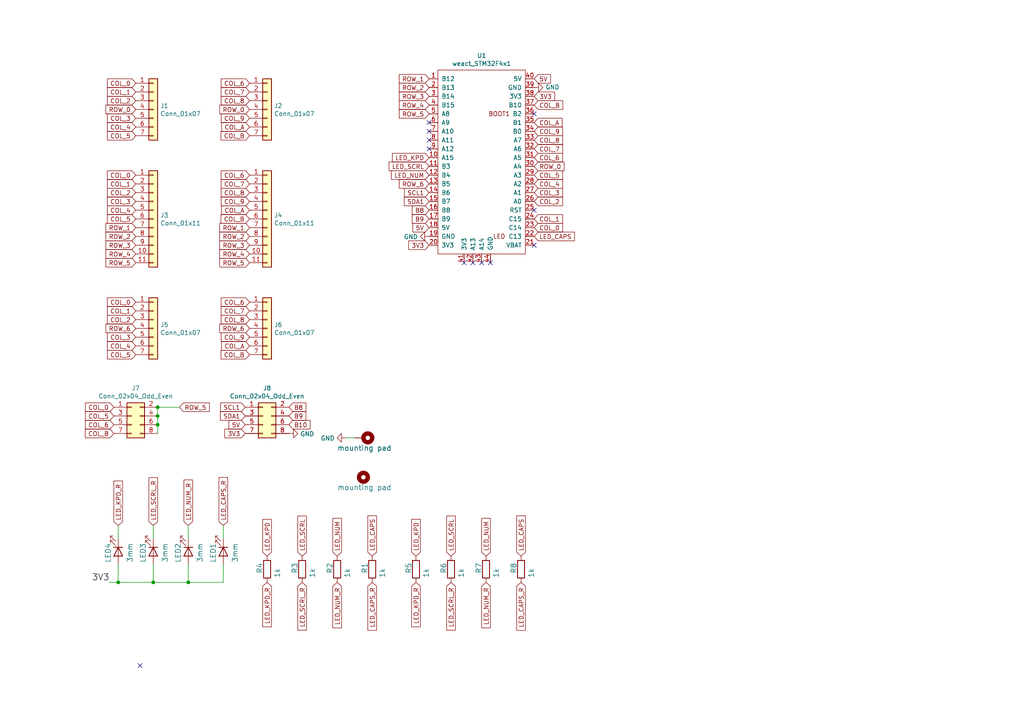
<source format=kicad_sch>
(kicad_sch (version 20211123) (generator eeschema)
  (paper "A4")
  (title_block (title "Kinesis80 keyboard controller") (date "2022-03-15") (rev "1.31") (company "Dmitriy Nosachev") (comment 1 "https://github.com/DmNosachev/kinesis80"))
  (lib_symbols
    (symbol "Connector_Generic:Conn_01x07" (pin_names (offset 1.016) hide)
      (property "Reference" "J" (at 0 10.16 0))
      (property "Value" "Conn_01x07" (at 0 -10.16 0))
      (symbol "Conn_01x07_1_1"
        (rectangle (start -1.27 -7.493) (end 0 -7.747) (stroke (width 0.1524)))
        (rectangle (start -1.27 -4.953) (end 0 -5.207) (stroke (width 0.1524)))
        (rectangle (start -1.27 -2.413) (end 0 -2.667) (stroke (width 0.1524)))
        (rectangle (start -1.27 0.127) (end 0 -0.127) (stroke (width 0.1524)))
        (rectangle (start -1.27 2.667) (end 0 2.413) (stroke (width 0.1524)))
        (rectangle (start -1.27 5.207) (end 0 4.953) (stroke (width 0.1524)))
        (rectangle (start -1.27 7.747) (end 0 7.493) (stroke (width 0.1524)))
        (rectangle (start -1.27 8.89) (end 1.27 -8.89) (stroke (width 0.254)) (fill (type background)))
        (pin passive line (at -5.08 7.62 0) (length 3.81) (name "Pin_1") (number "1"))
        (pin passive line (at -5.08 5.08 0) (length 3.81) (name "Pin_2") (number "2"))
        (pin passive line (at -5.08 2.54 0) (length 3.81) (name "Pin_3") (number "3"))
        (pin passive line (at -5.08 0 0) (length 3.81) (name "Pin_4") (number "4"))
        (pin passive line (at -5.08 -2.54 0) (length 3.81) (name "Pin_5") (number "5"))
        (pin passive line (at -5.08 -5.08 0) (length 3.81) (name "Pin_6") (number "6"))
        (pin passive line (at -5.08 -7.62 0) (length 3.81) (name "Pin_7") (number "7"))
      )
    )
    (symbol "Connector_Generic:Conn_01x11" (pin_names (offset 1.016) hide)
      (property "Reference" "J" (at 0 15.24 0))
      (property "Value" "Conn_01x11" (at 0 -15.24 0))
      (symbol "Conn_01x11_1_1"
        (rectangle (start -1.27 -12.573) (end 0 -12.827) (stroke (width 0.1524)))
        (rectangle (start -1.27 -10.033) (end 0 -10.287) (stroke (width 0.1524)))
        (rectangle (start -1.27 -7.493) (end 0 -7.747) (stroke (width 0.1524)))
        (rectangle (start -1.27 -4.953) (end 0 -5.207) (stroke (width 0.1524)))
        (rectangle (start -1.27 -2.413) (end 0 -2.667) (stroke (width 0.1524)))
        (rectangle (start -1.27 0.127) (end 0 -0.127) (stroke (width 0.1524)))
        (rectangle (start -1.27 2.667) (end 0 2.413) (stroke (width 0.1524)))
        (rectangle (start -1.27 5.207) (end 0 4.953) (stroke (width 0.1524)))
        (rectangle (start -1.27 7.747) (end 0 7.493) (stroke (width 0.1524)))
        (rectangle (start -1.27 10.287) (end 0 10.033) (stroke (width 0.1524)))
        (rectangle (start -1.27 12.827) (end 0 12.573) (stroke (width 0.1524)))
        (rectangle (start -1.27 13.97) (end 1.27 -13.97) (stroke (width 0.254)) (fill (type background)))
        (pin passive line (at -5.08 12.7 0) (length 3.81) (name "Pin_1") (number "1"))
        (pin passive line (at -5.08 -10.16 0) (length 3.81) (name "Pin_10") (number "10"))
        (pin passive line (at -5.08 -12.7 0) (length 3.81) (name "Pin_11") (number "11"))
        (pin passive line (at -5.08 10.16 0) (length 3.81) (name "Pin_2") (number "2"))
        (pin passive line (at -5.08 7.62 0) (length 3.81) (name "Pin_3") (number "3"))
        (pin passive line (at -5.08 5.08 0) (length 3.81) (name "Pin_4") (number "4"))
        (pin passive line (at -5.08 2.54 0) (length 3.81) (name "Pin_5") (number "5"))
        (pin passive line (at -5.08 0 0) (length 3.81) (name "Pin_6") (number "6"))
        (pin passive line (at -5.08 -2.54 0) (length 3.81) (name "Pin_7") (number "7"))
        (pin passive line (at -5.08 -5.08 0) (length 3.81) (name "Pin_8") (number "8"))
        (pin passive line (at -5.08 -7.62 0) (length 3.81) (name "Pin_9") (number "9"))
      )
    )
    (symbol "Connector_Generic:Conn_02x04_Odd_Even" (pin_names (offset 1.016) hide)
      (property "Reference" "J" (at 1.27 5.08 0))
      (property "Value" "Conn_02x04_Odd_Even" (at 1.27 -7.62 0))
      (symbol "Conn_02x04_Odd_Even_1_1"
        (rectangle (start -1.27 -4.953) (end 0 -5.207) (stroke (width 0.1524)))
        (rectangle (start -1.27 -2.413) (end 0 -2.667) (stroke (width 0.1524)))
        (rectangle (start -1.27 0.127) (end 0 -0.127) (stroke (width 0.1524)))
        (rectangle (start -1.27 2.667) (end 0 2.413) (stroke (width 0.1524)))
        (rectangle (start -1.27 3.81) (end 3.81 -6.35) (stroke (width 0.254)) (fill (type background)))
        (rectangle (start 3.81 -4.953) (end 2.54 -5.207) (stroke (width 0.1524)))
        (rectangle (start 3.81 -2.413) (end 2.54 -2.667) (stroke (width 0.1524)))
        (rectangle (start 3.81 0.127) (end 2.54 -0.127) (stroke (width 0.1524)))
        (rectangle (start 3.81 2.667) (end 2.54 2.413) (stroke (width 0.1524)))
        (pin passive line (at -5.08 2.54 0) (length 3.81) (name "Pin_1") (number "1"))
        (pin passive line (at 7.62 2.54 180) (length 3.81) (name "Pin_2") (number "2"))
        (pin passive line (at -5.08 0 0) (length 3.81) (name "Pin_3") (number "3"))
        (pin passive line (at 7.62 0 180) (length 3.81) (name "Pin_4") (number "4"))
        (pin passive line (at -5.08 -2.54 0) (length 3.81) (name "Pin_5") (number "5"))
        (pin passive line (at 7.62 -2.54 180) (length 3.81) (name "Pin_6") (number "6"))
        (pin passive line (at -5.08 -5.08 0) (length 3.81) (name "Pin_7") (number "7"))
        (pin passive line (at 7.62 -5.08 180) (length 3.81) (name "Pin_8") (number "8"))
      )
    )
    (symbol "Device:LED" (pin_numbers hide) (pin_names (offset 1.016) hide)
      (property "Reference" "D" (at 0 2.54 0))
      (property "Value" "LED" (at 0 -2.54 0))
      (symbol "LED_0_1"
        (polyline (pts (xy -1.27 -1.27) (xy -1.27 1.27)) (stroke (width 0.254)))
        (polyline (pts (xy -1.27 0) (xy 1.27 0)))
        (polyline (pts (xy 1.27 -1.27) (xy 1.27 1.27) (xy -1.27 0) (xy 1.27 -1.27)) (stroke (width 0.254)))
        (polyline (pts (xy -3.048 -0.762) (xy -4.572 -2.286) (xy -3.81 -2.286) (xy -4.572 -2.286) (xy -4.572 -1.524)))
        (polyline (pts (xy -1.778 -0.762) (xy -3.302 -2.286) (xy -2.54 -2.286) (xy -3.302 -2.286) (xy -3.302 -1.524)))
      )
      (symbol "LED_1_1"
        (pin passive line (at -3.81 0 0) (length 2.54) (name "K") (number "1"))
        (pin passive line (at 3.81 0 180) (length 2.54) (name "A") (number "2"))
      )
    )
    (symbol "Device:R" (pin_numbers hide) (pin_names (offset 0))
      (property "Reference" "R" (at 2.032 0 90))
      (property "Value" "R" (at 0 0 90))
      (symbol "R_0_1"
        (rectangle (start -1.016 -2.54) (end 1.016 2.54) (stroke (width 0.254)))
      )
      (symbol "R_1_1"
        (pin passive line (at 0 3.81 270) (length 1.27) (name "~") (number "1"))
        (pin passive line (at 0 -3.81 90) (length 1.27) (name "~") (number "2"))
      )
    )
    (symbol "Mechanical:MountingHole" (pin_names (offset 1.016))
      (property "Reference" "H" (at 0 5.08 0))
      (property "Value" "MountingHole" (at 0 3.175 0))
      (symbol "MountingHole_0_1"
        (circle (center 0 0) (radius 1.27) (stroke (width 1.27)))
      )
    )
    (symbol "Mechanical:MountingHole_Pad" (pin_numbers hide) (pin_names (offset 1.016) hide)
      (property "Reference" "H" (at 0 6.35 0))
      (property "Value" "MountingHole_Pad" (at 0 4.445 0))
      (symbol "MountingHole_Pad_0_1"
        (circle (center 0 1.27) (radius 1.27) (stroke (width 1.27)))
      )
      (symbol "MountingHole_Pad_1_1"
        (pin input line (at 0 -2.54 90) (length 2.54) (name "1") (number "1"))
      )
    )
    (symbol "power:GND" (power) (pin_names (offset 0))
      (property "Value" "GND" (at 0 -3.81 0))
      (symbol "GND_0_1"
        (polyline (pts (xy 0 0) (xy 0 -1.27) (xy 1.27 -1.27) (xy 0 -2.54) (xy -1.27 -1.27) (xy 0 -1.27)))
      )
      (symbol "GND_1_1"
        (pin power_in line (at 0 0 270) (length 0) hide (name "GND") (number "1"))
      )
    )
    (symbol "stm32_boards:weact_STM32F4x1" (pin_names (offset 1.016))
      (property "Reference" "U" (at 0 0 0))
      (property "Value" "weact_STM32F4x1" (at 0 0 0))
      (symbol "weact_STM32F4x1_0_0"
        (text "BOOT1" (at 5.08 -15.24 0) (effects (font (size 1.27 1.27))))
        (text "LED" (at 5.08 -50.8 0) (effects (font (size 1.27 1.27))))
      )
      (symbol "weact_STM32F4x1_0_1"
        (rectangle (start -12.7 -55.88) (end 12.7 -2.54))
      )
      (symbol "weact_STM32F4x1_1_1"
        (pin bidirectional line (at -15.24 -5.08 0) (length 2.54) (name "B12") (number "1"))
        (pin bidirectional line (at -15.24 -27.94 0) (length 2.54) (name "A15") (number "10"))
        (pin bidirectional line (at -15.24 -30.48 0) (length 2.54) (name "B3") (number "11"))
        (pin bidirectional line (at -15.24 -33.02 0) (length 2.54) (name "B4") (number "12"))
        (pin bidirectional line (at -15.24 -35.56 0) (length 2.54) (name "B5") (number "13"))
        (pin bidirectional line (at -15.24 -38.1 0) (length 2.54) (name "B6") (number "14"))
        (pin bidirectional line (at -15.24 -40.64 0) (length 2.54) (name "B7") (number "15"))
        (pin bidirectional line (at -15.24 -43.18 0) (length 2.54) (name "B8") (number "16"))
        (pin bidirectional line (at -15.24 -45.72 0) (length 2.54) (name "B9") (number "17"))
        (pin power_out line (at -15.24 -48.26 0) (length 2.54) (name "5V") (number "18"))
        (pin bidirectional line (at -15.24 -50.8 0) (length 2.54) (name "GND") (number "19"))
        (pin bidirectional line (at -15.24 -7.62 0) (length 2.54) (name "B13") (number "2"))
        (pin power_out line (at -15.24 -53.34 0) (length 2.54) (name "3V3") (number "20"))
        (pin power_in line (at 15.24 -53.34 180) (length 2.54) (name "VBAT") (number "21"))
        (pin bidirectional line (at 15.24 -50.8 180) (length 2.54) (name "C13") (number "22"))
        (pin bidirectional line (at 15.24 -48.26 180) (length 2.54) (name "C14") (number "23"))
        (pin bidirectional line (at 15.24 -45.72 180) (length 2.54) (name "C15") (number "24"))
        (pin bidirectional line (at 15.24 -43.18 180) (length 2.54) (name "RST") (number "25"))
        (pin bidirectional line (at 15.24 -40.64 180) (length 2.54) (name "A0") (number "26"))
        (pin bidirectional line (at 15.24 -38.1 180) (length 2.54) (name "A1") (number "27"))
        (pin bidirectional line (at 15.24 -35.56 180) (length 2.54) (name "A2") (number "28"))
        (pin bidirectional line (at 15.24 -33.02 180) (length 2.54) (name "A3") (number "29"))
        (pin bidirectional line (at -15.24 -10.16 0) (length 2.54) (name "B14") (number "3"))
        (pin bidirectional line (at 15.24 -30.48 180) (length 2.54) (name "A4") (number "30"))
        (pin bidirectional line (at 15.24 -27.94 180) (length 2.54) (name "A5") (number "31"))
        (pin bidirectional line (at 15.24 -25.4 180) (length 2.54) (name "A6") (number "32"))
        (pin bidirectional line (at 15.24 -22.86 180) (length 2.54) (name "A7") (number "33"))
        (pin bidirectional line (at 15.24 -20.32 180) (length 2.54) (name "B0") (number "34"))
        (pin bidirectional line (at 15.24 -17.78 180) (length 2.54) (name "B1") (number "35"))
        (pin bidirectional line (at 15.24 -15.24 180) (length 2.54) (name "B2") (number "36"))
        (pin bidirectional line (at 15.24 -12.7 180) (length 2.54) (name "B10") (number "37"))
        (pin power_out line (at 15.24 -10.16 180) (length 2.54) (name "3V3") (number "38"))
        (pin bidirectional line (at 15.24 -7.62 180) (length 2.54) (name "GND") (number "39"))
        (pin bidirectional line (at -15.24 -12.7 0) (length 2.54) (name "B15") (number "4"))
        (pin power_out line (at 15.24 -5.08 180) (length 2.54) (name "5V") (number "40"))
        (pin power_in line (at -5.08 -58.42 90) (length 2.54) (name "3V3") (number "41"))
        (pin bidirectional line (at -2.54 -58.42 90) (length 2.54) (name "A13") (number "42"))
        (pin bidirectional line (at 0 -58.42 90) (length 2.54) (name "A14") (number "43"))
        (pin bidirectional line (at 2.54 -58.42 90) (length 2.54) (name "GND") (number "44"))
        (pin bidirectional line (at -15.24 -15.24 0) (length 2.54) (name "A8") (number "5"))
        (pin bidirectional line (at -15.24 -17.78 0) (length 2.54) (name "A9") (number "6"))
        (pin bidirectional line (at -15.24 -20.32 0) (length 2.54) (name "A10") (number "7"))
        (pin bidirectional line (at -15.24 -22.86 0) (length 2.54) (name "A11") (number "8"))
        (pin bidirectional line (at -15.24 -25.4 0) (length 2.54) (name "A12") (number "9"))
      )
    )
  )
  (junction (at 34.29 168.91))
  (junction (at 45.72 120.65))
  (junction (at 45.72 118.11))
  (junction (at 44.45 168.91))
  (junction (at 54.61 168.91))
  (junction (at 45.72 123.19))
  (no_connect (at 124.46 35.56))
  (no_connect (at 154.94 71.12))
  (no_connect (at 139.7 76.2))
  (no_connect (at 40.64 193.04))
  (no_connect (at 154.94 60.96))
  (no_connect (at 124.46 38.1))
  (no_connect (at 142.24 76.2))
  (no_connect (at 137.16 76.2))
  (no_connect (at 134.62 76.2))
  (no_connect (at 124.46 43.18))
  (no_connect (at 124.46 40.64))
  (no_connect (at 154.94 33.02))
  (wire (pts (xy 45.72 123.19) (xy 45.72 120.65)))
  (wire (pts (xy 44.45 163.83) (xy 44.45 168.91)))
  (wire (pts (xy 52.07 118.11) (xy 45.72 118.11)))
  (wire (pts (xy 54.61 156.21) (xy 54.61 152.4)))
  (wire (pts (xy 44.45 156.21) (xy 44.45 152.4)))
  (wire (pts (xy 44.45 168.91) (xy 54.61 168.91)))
  (wire (pts (xy 34.29 168.91) (xy 44.45 168.91)))
  (wire (pts (xy 64.77 156.21) (xy 64.77 152.4)))
  (wire (pts (xy 45.72 125.73) (xy 45.72 123.19)))
  (wire (pts (xy 100.33 127) (xy 102.87 127)))
  (wire (pts (xy 54.61 168.91) (xy 64.77 168.91)))
  (wire (pts (xy 34.29 168.91) (xy 31.75 168.91)))
  (wire (pts (xy 64.77 168.91) (xy 64.77 163.83)))
  (wire (pts (xy 45.72 120.65) (xy 45.72 118.11)))
  (wire (pts (xy 34.29 163.83) (xy 34.29 168.91)))
  (wire (pts (xy 34.29 156.21) (xy 34.29 152.4)))
  (wire (pts (xy 54.61 163.83) (xy 54.61 168.91)))
  (label "3V3" (at 31.75 168.91 180) (effects (font (size 1.778 1.778))))
  (global_label "LED_NUM" (shape input) (at 97.79 161.29 90) (property "Intersheet References" "${INTERSHEET_REFS}" (effects hide)))
  (global_label "LED_NUM_R" (shape input) (at 54.61 152.4 90) (property "Intersheet References" "${INTERSHEET_REFS}" (effects hide)))
  (global_label "COL_8" (shape input) (at 72.39 55.88 180) (property "Intersheet References" "${INTERSHEET_REFS}" (effects hide)))
  (global_label "COL_1" (shape input) (at 39.37 26.67 180) (property "Intersheet References" "${INTERSHEET_REFS}" (effects hide)))
  (global_label "LED_CAPS_R" (shape input) (at 151.13 168.91 270) (property "Intersheet References" "${INTERSHEET_REFS}" (effects hide)))
  (global_label "COL_1" (shape input) (at 39.37 53.34 180) (property "Intersheet References" "${INTERSHEET_REFS}" (effects hide)))
  (global_label "COL_B" (shape input) (at 72.39 63.5 180) (property "Intersheet References" "${INTERSHEET_REFS}" (effects hide)))
  (global_label "ROW_4" (shape input) (at 124.46 30.48 180) (property "Intersheet References" "${INTERSHEET_REFS}" (effects hide)))
  (global_label "ROW_3" (shape input) (at 124.46 27.94 180) (property "Intersheet References" "${INTERSHEET_REFS}" (effects hide)))
  (global_label "COL_2" (shape input) (at 39.37 55.88 180) (property "Intersheet References" "${INTERSHEET_REFS}" (effects hide)))
  (global_label "COL_0" (shape input) (at 154.94 66.04 0) (property "Intersheet References" "${INTERSHEET_REFS}" (effects hide)))
  (global_label "COL_B" (shape input) (at 72.39 102.87 180) (property "Intersheet References" "${INTERSHEET_REFS}" (effects hide)))
  (global_label "COL_4" (shape input) (at 39.37 100.33 180) (property "Intersheet References" "${INTERSHEET_REFS}" (effects hide)))
  (global_label "COL_B" (shape input) (at 72.39 39.37 180) (property "Intersheet References" "${INTERSHEET_REFS}" (effects hide)))
  (global_label "COL_8" (shape input) (at 154.94 40.64 0) (property "Intersheet References" "${INTERSHEET_REFS}" (effects hide)))
  (global_label "3V3" (shape input) (at 154.94 27.94 0) (property "Intersheet References" "${INTERSHEET_REFS}" (effects hide)))
  (global_label "5V" (shape input) (at 154.94 22.86 0) (property "Intersheet References" "${INTERSHEET_REFS}" (effects hide)))
  (global_label "COL_9" (shape input) (at 72.39 97.79 180) (property "Intersheet References" "${INTERSHEET_REFS}" (effects hide)))
  (global_label "LED_CAPS_R" (shape input) (at 107.95 168.91 270) (property "Intersheet References" "${INTERSHEET_REFS}" (effects hide)))
  (global_label "COL_A" (shape input) (at 154.94 35.56 0) (property "Intersheet References" "${INTERSHEET_REFS}" (effects hide)))
  (global_label "SCL1" (shape input) (at 124.46 55.88 180) (property "Intersheet References" "${INTERSHEET_REFS}" (effects hide)))
  (global_label "ROW_1" (shape input) (at 124.46 22.86 180) (property "Intersheet References" "${INTERSHEET_REFS}" (effects hide)))
  (global_label "COL_0" (shape input) (at 39.37 87.63 180) (property "Intersheet References" "${INTERSHEET_REFS}" (effects hide)))
  (global_label "LED_CAPS_R" (shape input) (at 64.77 152.4 90) (property "Intersheet References" "${INTERSHEET_REFS}" (effects hide)))
  (global_label "LED_SCRL_R" (shape input) (at 44.45 152.4 90) (property "Intersheet References" "${INTERSHEET_REFS}" (effects hide)))
  (global_label "COL_0" (shape input) (at 33.02 118.11 180) (property "Intersheet References" "${INTERSHEET_REFS}" (effects hide)))
  (global_label "COL_3" (shape input) (at 39.37 34.29 180) (property "Intersheet References" "${INTERSHEET_REFS}" (effects hide)))
  (global_label "COL_4" (shape input) (at 39.37 36.83 180) (property "Intersheet References" "${INTERSHEET_REFS}" (effects hide)))
  (global_label "ROW_0" (shape input) (at 39.37 31.75 180) (property "Intersheet References" "${INTERSHEET_REFS}" (effects hide)))
  (global_label "LED_KPD" (shape input) (at 77.47 161.29 90) (property "Intersheet References" "${INTERSHEET_REFS}" (effects hide)))
  (global_label "B8" (shape input) (at 83.82 118.11 0) (property "Intersheet References" "${INTERSHEET_REFS}" (effects hide)))
  (global_label "3V3" (shape input) (at 124.46 71.12 180) (property "Intersheet References" "${INTERSHEET_REFS}" (effects hide)))
  (global_label "3V3" (shape input) (at 71.12 125.73 180) (property "Intersheet References" "${INTERSHEET_REFS}" (effects hide)))
  (global_label "COL_2" (shape input) (at 154.94 58.42 0) (property "Intersheet References" "${INTERSHEET_REFS}" (effects hide)))
  (global_label "B10" (shape input) (at 83.82 123.19 0) (property "Intersheet References" "${INTERSHEET_REFS}" (effects hide)))
  (global_label "LED_SCRL_R" (shape input) (at 87.63 168.91 270) (property "Intersheet References" "${INTERSHEET_REFS}" (effects hide)))
  (global_label "COL_0" (shape input) (at 39.37 50.8 180) (property "Intersheet References" "${INTERSHEET_REFS}" (effects hide)))
  (global_label "B9" (shape input) (at 124.46 63.5 180) (property "Intersheet References" "${INTERSHEET_REFS}" (effects hide)))
  (global_label "COL_5" (shape input) (at 39.37 39.37 180) (property "Intersheet References" "${INTERSHEET_REFS}" (effects hide)))
  (global_label "COL_6" (shape input) (at 33.02 123.19 180) (property "Intersheet References" "${INTERSHEET_REFS}" (effects hide)))
  (global_label "ROW_2" (shape input) (at 72.39 68.58 180) (property "Intersheet References" "${INTERSHEET_REFS}" (effects hide)))
  (global_label "LED_SCRL" (shape input) (at 124.46 48.26 180) (property "Intersheet References" "${INTERSHEET_REFS}" (effects hide)))
  (global_label "COL_7" (shape input) (at 72.39 90.17 180) (property "Intersheet References" "${INTERSHEET_REFS}" (effects hide)))
  (global_label "COL_1" (shape input) (at 154.94 63.5 0) (property "Intersheet References" "${INTERSHEET_REFS}" (effects hide)))
  (global_label "ROW_1" (shape input) (at 39.37 66.04 180) (property "Intersheet References" "${INTERSHEET_REFS}" (effects hide)))
  (global_label "LED_NUM" (shape input) (at 140.97 161.29 90) (property "Intersheet References" "${INTERSHEET_REFS}" (effects hide)))
  (global_label "COL_2" (shape input) (at 39.37 29.21 180) (property "Intersheet References" "${INTERSHEET_REFS}" (effects hide)))
  (global_label "ROW_3" (shape input) (at 39.37 71.12 180) (property "Intersheet References" "${INTERSHEET_REFS}" (effects hide)))
  (global_label "COL_B" (shape input) (at 154.94 30.48 0) (property "Intersheet References" "${INTERSHEET_REFS}" (effects hide)))
  (global_label "LED_KPD_R" (shape input) (at 120.65 168.91 270) (property "Intersheet References" "${INTERSHEET_REFS}" (effects hide)))
  (global_label "ROW_4" (shape input) (at 39.37 73.66 180) (property "Intersheet References" "${INTERSHEET_REFS}" (effects hide)))
  (global_label "LED_KPD_R" (shape input) (at 77.47 168.91 270) (property "Intersheet References" "${INTERSHEET_REFS}" (effects hide)))
  (global_label "COL_A" (shape input) (at 72.39 60.96 180) (property "Intersheet References" "${INTERSHEET_REFS}" (effects hide)))
  (global_label "ROW_5" (shape input) (at 39.37 76.2 180) (property "Intersheet References" "${INTERSHEET_REFS}" (effects hide)))
  (global_label "ROW_3" (shape input) (at 72.39 71.12 180) (property "Intersheet References" "${INTERSHEET_REFS}" (effects hide)))
  (global_label "ROW_5" (shape input) (at 72.39 76.2 180) (property "Intersheet References" "${INTERSHEET_REFS}" (effects hide)))
  (global_label "LED_SCRL_R" (shape input) (at 130.81 168.91 270) (property "Intersheet References" "${INTERSHEET_REFS}" (effects hide)))
  (global_label "LED_NUM" (shape input) (at 124.46 50.8 180) (property "Intersheet References" "${INTERSHEET_REFS}" (effects hide)))
  (global_label "ROW_6" (shape input) (at 39.37 95.25 180) (property "Intersheet References" "${INTERSHEET_REFS}" (effects hide)))
  (global_label "COL_9" (shape input) (at 72.39 58.42 180) (property "Intersheet References" "${INTERSHEET_REFS}" (effects hide)))
  (global_label "COL_6" (shape input) (at 72.39 24.13 180) (property "Intersheet References" "${INTERSHEET_REFS}" (effects hide)))
  (global_label "LED_CAPS" (shape input) (at 154.94 68.58 0) (property "Intersheet References" "${INTERSHEET_REFS}" (effects hide)))
  (global_label "COL_5" (shape input) (at 33.02 120.65 180) (property "Intersheet References" "${INTERSHEET_REFS}" (effects hide)))
  (global_label "COL_5" (shape input) (at 154.94 50.8 0) (property "Intersheet References" "${INTERSHEET_REFS}" (effects hide)))
  (global_label "ROW_0" (shape input) (at 154.94 48.26 0) (property "Intersheet References" "${INTERSHEET_REFS}" (effects hide)))
  (global_label "ROW_6" (shape input) (at 72.39 95.25 180) (property "Intersheet References" "${INTERSHEET_REFS}" (effects hide)))
  (global_label "COL_6" (shape input) (at 72.39 50.8 180) (property "Intersheet References" "${INTERSHEET_REFS}" (effects hide)))
  (global_label "LED_KPD" (shape input) (at 120.65 161.29 90) (property "Intersheet References" "${INTERSHEET_REFS}" (effects hide)))
  (global_label "COL_0" (shape input) (at 39.37 24.13 180) (property "Intersheet References" "${INTERSHEET_REFS}" (effects hide)))
  (global_label "LED_CAPS" (shape input) (at 107.95 161.29 90) (property "Intersheet References" "${INTERSHEET_REFS}" (effects hide)))
  (global_label "ROW_6" (shape input) (at 124.46 53.34 180) (property "Intersheet References" "${INTERSHEET_REFS}" (effects hide)))
  (global_label "ROW_2" (shape input) (at 39.37 68.58 180) (property "Intersheet References" "${INTERSHEET_REFS}" (effects hide)))
  (global_label "ROW_5" (shape input) (at 52.07 118.11 0) (property "Intersheet References" "${INTERSHEET_REFS}" (effects hide)))
  (global_label "COL_3" (shape input) (at 39.37 58.42 180) (property "Intersheet References" "${INTERSHEET_REFS}" (effects hide)))
  (global_label "5V" (shape input) (at 71.12 123.19 180) (property "Intersheet References" "${INTERSHEET_REFS}" (effects hide)))
  (global_label "COL_7" (shape input) (at 72.39 53.34 180) (property "Intersheet References" "${INTERSHEET_REFS}" (effects hide)))
  (global_label "B9" (shape input) (at 83.82 120.65 0) (property "Intersheet References" "${INTERSHEET_REFS}" (effects hide)))
  (global_label "COL_B" (shape input) (at 33.02 125.73 180) (property "Intersheet References" "${INTERSHEET_REFS}" (effects hide)))
  (global_label "COL_7" (shape input) (at 154.94 43.18 0) (property "Intersheet References" "${INTERSHEET_REFS}" (effects hide)))
  (global_label "COL_9" (shape input) (at 72.39 34.29 180) (property "Intersheet References" "${INTERSHEET_REFS}" (effects hide)))
  (global_label "ROW_1" (shape input) (at 72.39 66.04 180) (property "Intersheet References" "${INTERSHEET_REFS}" (effects hide)))
  (global_label "SCL1" (shape input) (at 71.12 118.11 180) (property "Intersheet References" "${INTERSHEET_REFS}" (effects hide)))
  (global_label "LED_KPD" (shape input) (at 124.46 45.72 180) (property "Intersheet References" "${INTERSHEET_REFS}" (effects hide)))
  (global_label "LED_NUM_R" (shape input) (at 97.79 168.91 270) (property "Intersheet References" "${INTERSHEET_REFS}" (effects hide)))
  (global_label "COL_2" (shape input) (at 39.37 92.71 180) (property "Intersheet References" "${INTERSHEET_REFS}" (effects hide)))
  (global_label "COL_3" (shape input) (at 154.94 55.88 0) (property "Intersheet References" "${INTERSHEET_REFS}" (effects hide)))
  (global_label "5V" (shape input) (at 124.46 66.04 180) (property "Intersheet References" "${INTERSHEET_REFS}" (effects hide)))
  (global_label "SDA1" (shape input) (at 124.46 58.42 180) (property "Intersheet References" "${INTERSHEET_REFS}" (effects hide)))
  (global_label "LED_KPD_R" (shape input) (at 34.29 152.4 90) (property "Intersheet References" "${INTERSHEET_REFS}" (effects hide)))
  (global_label "ROW_0" (shape input) (at 72.39 31.75 180) (property "Intersheet References" "${INTERSHEET_REFS}" (effects hide)))
  (global_label "COL_5" (shape input) (at 39.37 102.87 180) (property "Intersheet References" "${INTERSHEET_REFS}" (effects hide)))
  (global_label "COL_A" (shape input) (at 72.39 36.83 180) (property "Intersheet References" "${INTERSHEET_REFS}" (effects hide)))
  (global_label "COL_1" (shape input) (at 39.37 90.17 180) (property "Intersheet References" "${INTERSHEET_REFS}" (effects hide)))
  (global_label "COL_6" (shape input) (at 72.39 87.63 180) (property "Intersheet References" "${INTERSHEET_REFS}" (effects hide)))
  (global_label "ROW_5" (shape input) (at 124.46 33.02 180) (property "Intersheet References" "${INTERSHEET_REFS}" (effects hide)))
  (global_label "B8" (shape input) (at 124.46 60.96 180) (property "Intersheet References" "${INTERSHEET_REFS}" (effects hide)))
  (global_label "COL_9" (shape input) (at 154.94 38.1 0) (property "Intersheet References" "${INTERSHEET_REFS}" (effects hide)))
  (global_label "COL_6" (shape input) (at 154.94 45.72 0) (property "Intersheet References" "${INTERSHEET_REFS}" (effects hide)))
  (global_label "ROW_4" (shape input) (at 72.39 73.66 180) (property "Intersheet References" "${INTERSHEET_REFS}" (effects hide)))
  (global_label "COL_5" (shape input) (at 39.37 63.5 180) (property "Intersheet References" "${INTERSHEET_REFS}" (effects hide)))
  (global_label "COL_7" (shape input) (at 72.39 26.67 180) (property "Intersheet References" "${INTERSHEET_REFS}" (effects hide)))
  (global_label "COL_4" (shape input) (at 154.94 53.34 0) (property "Intersheet References" "${INTERSHEET_REFS}" (effects hide)))
  (global_label "COL_3" (shape input) (at 39.37 97.79 180) (property "Intersheet References" "${INTERSHEET_REFS}" (effects hide)))
  (global_label "COL_8" (shape input) (at 72.39 92.71 180) (property "Intersheet References" "${INTERSHEET_REFS}" (effects hide)))
  (global_label "LED_CAPS" (shape input) (at 151.13 161.29 90) (property "Intersheet References" "${INTERSHEET_REFS}" (effects hide)))
  (global_label "COL_8" (shape input) (at 72.39 29.21 180) (property "Intersheet References" "${INTERSHEET_REFS}" (effects hide)))
  (global_label "LED_SCRL" (shape input) (at 87.63 161.29 90) (property "Intersheet References" "${INTERSHEET_REFS}" (effects hide)))
  (global_label "COL_A" (shape input) (at 72.39 100.33 180) (property "Intersheet References" "${INTERSHEET_REFS}" (effects hide)))
  (global_label "SDA1" (shape input) (at 71.12 120.65 180) (property "Intersheet References" "${INTERSHEET_REFS}" (effects hide)))
  (global_label "LED_SCRL" (shape input) (at 130.81 161.29 90) (property "Intersheet References" "${INTERSHEET_REFS}" (effects hide)))
  (global_label "LED_NUM_R" (shape input) (at 140.97 168.91 270) (property "Intersheet References" "${INTERSHEET_REFS}" (effects hide)))
  (global_label "ROW_2" (shape input) (at 124.46 25.4 180) (property "Intersheet References" "${INTERSHEET_REFS}" (effects hide)))
  (global_label "COL_4" (shape input) (at 39.37 60.96 180) (property "Intersheet References" "${INTERSHEET_REFS}" (effects hide)))
  (symbol (lib_id "Device:R") (at 107.95 165.1 0) (unit 1)
    (property "Reference" "R1" (at 106.68 166.37 90) (effects (font (size 1.4986 1.4986)) (justify left bottom)))
    (property "Value" "1k" (at 111.76 167.64 90) (effects (font (size 1.4986 1.4986)) (justify left bottom)))
    (property "Footprint" "Resistor_SMD:R_0805_2012Metric_Pad1.20x1.40mm_HandSolder" (effects hide))
  )
  (symbol (lib_id "Device:LED") (at 34.29 160.02 270) (unit 1)
    (property "Reference" "LED4" (at 30.48 157.48 0) (effects (font (size 1.4986 1.4986)) (justify left bottom)))
    (property "Value" "3mm" (at 36.83 157.48 0) (effects (font (size 1.4986 1.4986)) (justify left bottom)))
    (property "Footprint" "LED_THT:LED_D3.0mm" (effects hide))
  )
  (symbol (lib_id "Device:R") (at 77.47 165.1 0) (unit 1)
    (property "Reference" "R4" (at 76.2 166.37 90) (effects (font (size 1.4986 1.4986)) (justify left bottom)))
    (property "Value" "1k" (at 81.28 167.64 90) (effects (font (size 1.4986 1.4986)) (justify left bottom)))
    (property "Footprint" "Resistor_SMD:R_0805_2012Metric_Pad1.20x1.40mm_HandSolder" (effects hide))
  )
  (symbol (lib_id "Device:R") (at 97.79 165.1 0) (unit 1)
    (property "Reference" "R2" (at 96.52 166.37 90) (effects (font (size 1.4986 1.4986)) (justify left bottom)))
    (property "Value" "1k" (at 101.6 167.64 90) (effects (font (size 1.4986 1.4986)) (justify left bottom)))
    (property "Footprint" "Resistor_SMD:R_0805_2012Metric_Pad1.20x1.40mm_HandSolder" (effects hide))
  )
  (symbol (lib_id "Mechanical:MountingHole_Pad") (at 105.41 127 270) (unit 1)
    (property "Reference" "H1" (effects hide))
    (property "Value" "mounting pad" (at 97.79 130.81 90) (effects (font (size 1.4986 1.4986)) (justify left bottom)))
    (property "Footprint" "MountingHole:MountingHole_4.3mm_M4_Pad" (effects hide))
  )
  (symbol (lib_id "Device:LED") (at 44.45 160.02 270) (unit 1)
    (property "Reference" "LED3" (at 40.64 157.48 0) (effects (font (size 1.4986 1.4986)) (justify left bottom)))
    (property "Value" "3mm" (at 46.99 157.48 0) (effects (font (size 1.4986 1.4986)) (justify left bottom)))
    (property "Footprint" "LED_THT:LED_D3.0mm" (effects hide))
  )
  (symbol (lib_id "power:GND") (at 124.46 68.58 270) (unit 1)
    (property "Reference" "#PWR0101" (effects hide))
    (property "Value" "GND" (at 121.2088 68.707 90) (effects (justify right)))
  )
  (symbol (lib_id "power:GND") (at 100.33 127 270) (unit 1)
    (property "Reference" "#PWR0102" (effects hide))
    (property "Value" "GND" (at 97.0788 127.127 90) (effects (justify right)))
  )
  (symbol (lib_id "Mechanical:MountingHole") (at 105.41 138.43 270) (unit 1)
    (property "Reference" "H2" (effects hide))
    (property "Value" "mounting pad" (at 97.79 142.24 90) (effects (font (size 1.4986 1.4986)) (justify left bottom)))
    (property "Footprint" "MountingHole:MountingHole_6mm" (effects hide))
  )
  (symbol (lib_id "Connector_Generic:Conn_01x07") (at 44.45 31.75 0) (unit 1)
    (property "Reference" "J1" (at 46.482 30.6832 0) (effects (justify left)))
    (property "Value" "Conn_01x07" (at 46.482 32.9946 0) (effects (justify left)))
    (property "Footprint" "Connector_Molex:Molex_PicoBlade_53047-0710_1x07_P1.25mm_Vertical" (effects hide))
  )
  (symbol (lib_id "Connector_Generic:Conn_01x07") (at 77.47 31.75 0) (unit 1)
    (property "Reference" "J2" (at 79.502 30.6832 0) (effects (justify left)))
    (property "Value" "Conn_01x07" (at 79.502 32.9946 0) (effects (justify left)))
    (property "Footprint" "Connector_Molex:Molex_PicoBlade_53047-0710_1x07_P1.25mm_Vertical" (effects hide))
  )
  (symbol (lib_id "Connector_Generic:Conn_01x11") (at 44.45 63.5 0) (unit 1)
    (property "Reference" "J3" (at 46.482 62.4332 0) (effects (justify left)))
    (property "Value" "Conn_01x11" (at 46.482 64.7446 0) (effects (justify left)))
    (property "Footprint" "Connector_Molex:Molex_PicoBlade_53047-1110_1x11_P1.25mm_Vertical" (effects hide))
  )
  (symbol (lib_id "Connector_Generic:Conn_01x11") (at 77.47 63.5 0) (unit 1)
    (property "Reference" "J4" (at 79.502 62.4332 0) (effects (justify left)))
    (property "Value" "Conn_01x11" (at 79.502 64.7446 0) (effects (justify left)))
    (property "Footprint" "Connector_Molex:Molex_PicoBlade_53047-1110_1x11_P1.25mm_Vertical" (effects hide))
  )
  (symbol (lib_id "Connector_Generic:Conn_01x07") (at 44.45 95.25 0) (unit 1)
    (property "Reference" "J5" (at 46.482 94.1832 0) (effects (justify left)))
    (property "Value" "Conn_01x07" (at 46.482 96.4946 0) (effects (justify left)))
    (property "Footprint" "Connector_Molex:Molex_PicoBlade_53047-0710_1x07_P1.25mm_Vertical" (effects hide))
  )
  (symbol (lib_id "Connector_Generic:Conn_01x07") (at 77.47 95.25 0) (unit 1)
    (property "Reference" "J6" (at 79.502 94.1832 0) (effects (justify left)))
    (property "Value" "Conn_01x07" (at 79.502 96.4946 0) (effects (justify left)))
    (property "Footprint" "Connector_Molex:Molex_PicoBlade_53047-0710_1x07_P1.25mm_Vertical" (effects hide))
  )
  (symbol (lib_id "Connector_Generic:Conn_02x04_Odd_Even") (at 38.1 120.65 0) (unit 1)
    (property "Reference" "J7" (at 39.37 112.5982 0))
    (property "Value" "Conn_02x04_Odd_Even" (at 39.37 114.9096 0))
    (property "Footprint" "Connector_PinHeader_2.54mm:PinHeader_2x04_P2.54mm_Vertical" (effects hide))
  )
  (symbol (lib_id "stm32_boards:weact_STM32F4x1") (at 139.7 17.78 0) (unit 1)
    (property "Reference" "U1" (at 139.7 16.129 0))
    (property "Value" "weact_STM32F4x1" (at 139.7 18.4404 0))
    (property "Footprint" "footprints:STM32F4x1_MiniF4" (effects hide))
  )
  (symbol (lib_id "power:GND") (at 154.94 25.4 90) (unit 1)
    (property "Reference" "#PWR02" (effects hide))
    (property "Value" "GND" (at 158.1912 25.273 90) (effects (justify right)))
  )
  (symbol (lib_id "power:GND") (at 83.82 125.73 90) (mirror x) (unit 1)
    (property "Reference" "#PWR0104" (effects hide))
    (property "Value" "GND" (at 87.0712 125.857 90) (effects (justify right)))
  )
  (symbol (lib_id "Connector_Generic:Conn_02x04_Odd_Even") (at 76.2 120.65 0) (unit 1)
    (property "Reference" "J8" (at 77.47 112.5982 0))
    (property "Value" "Conn_02x04_Odd_Even" (at 77.47 114.9096 0))
    (property "Footprint" "Connector_PinHeader_2.54mm:PinHeader_2x04_P2.54mm_Vertical" (effects hide))
  )
  (symbol (lib_id "Device:R") (at 151.13 165.1 0) (unit 1)
    (property "Reference" "R8" (at 149.86 166.37 90) (effects (font (size 1.4986 1.4986)) (justify left bottom)))
    (property "Value" "1k" (at 154.94 167.64 90) (effects (font (size 1.4986 1.4986)) (justify left bottom)))
    (property "Footprint" "Resistor_THT:R_Axial_DIN0207_L6.3mm_D2.5mm_P7.62mm_Horizontal" (effects hide))
  )
  (symbol (lib_id "Device:R") (at 140.97 165.1 0) (unit 1)
    (property "Reference" "R7" (at 139.7 166.37 90) (effects (font (size 1.4986 1.4986)) (justify left bottom)))
    (property "Value" "1k" (at 144.78 167.64 90) (effects (font (size 1.4986 1.4986)) (justify left bottom)))
    (property "Footprint" "Resistor_THT:R_Axial_DIN0207_L6.3mm_D2.5mm_P7.62mm_Horizontal" (effects hide))
  )
  (symbol (lib_id "Device:R") (at 130.81 165.1 0) (unit 1)
    (property "Reference" "R6" (at 129.54 166.37 90) (effects (font (size 1.4986 1.4986)) (justify left bottom)))
    (property "Value" "1k" (at 134.62 167.64 90) (effects (font (size 1.4986 1.4986)) (justify left bottom)))
    (property "Footprint" "Resistor_THT:R_Axial_DIN0207_L6.3mm_D2.5mm_P7.62mm_Horizontal" (effects hide))
  )
  (symbol (lib_id "Device:R") (at 120.65 165.1 0) (unit 1)
    (property "Reference" "R5" (at 119.38 166.37 90) (effects (font (size 1.4986 1.4986)) (justify left bottom)))
    (property "Value" "1k" (at 124.46 167.64 90) (effects (font (size 1.4986 1.4986)) (justify left bottom)))
    (property "Footprint" "Resistor_THT:R_Axial_DIN0207_L6.3mm_D2.5mm_P7.62mm_Horizontal" (effects hide))
  )
  (symbol (lib_id "Device:LED") (at 54.61 160.02 270) (unit 1)
    (property "Reference" "LED2" (at 50.8 157.48 0) (effects (font (size 1.4986 1.4986)) (justify left bottom)))
    (property "Value" "3mm" (at 57.15 157.48 0) (effects (font (size 1.4986 1.4986)) (justify left bottom)))
    (property "Footprint" "LED_THT:LED_D3.0mm" (effects hide))
  )
  (symbol (lib_id "Device:R") (at 87.63 165.1 0) (unit 1)
    (property "Reference" "R3" (at 86.36 166.37 90) (effects (font (size 1.4986 1.4986)) (justify left bottom)))
    (property "Value" "1k" (at 91.44 167.64 90) (effects (font (size 1.4986 1.4986)) (justify left bottom)))
    (property "Footprint" "Resistor_SMD:R_0805_2012Metric_Pad1.20x1.40mm_HandSolder" (effects hide))
  )
  (symbol (lib_id "Device:LED") (at 64.77 160.02 270) (unit 1)
    (property "Reference" "LED1" (at 60.96 157.48 0) (effects (font (size 1.4986 1.4986)) (justify left bottom)))
    (property "Value" "3mm" (at 67.31 157.48 0) (effects (font (size 1.4986 1.4986)) (justify left bottom)))
    (property "Footprint" "LED_THT:LED_D3.0mm" (effects hide))
  )
)
</source>
